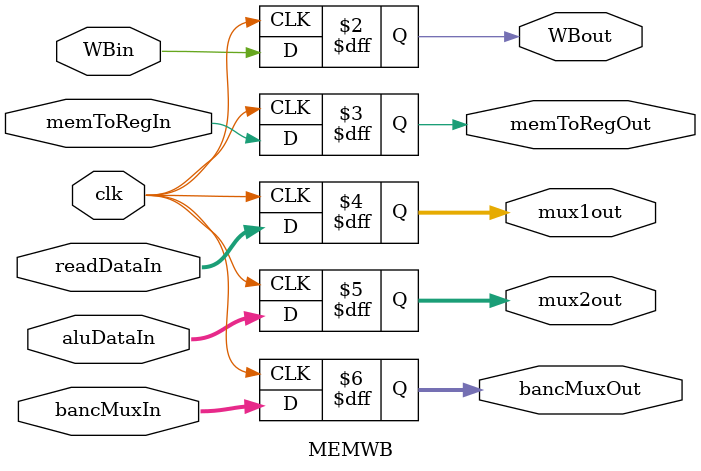
<source format=v>
module DataPath(
    input CLK,
    output [31:0] DS
);

//Cables
wire [3:0] C4_Sel;
wire cPCSrc;
wire [31:0] pcOut, cAddPc, cShiftAdd, cAluMux;

// CABLES BUFFERS

// IF Buffer Conections
wire [31:0] cIF_fetchAdder, cIF_Instruction_Memory; 
// ID Buffer Conections
wire [31:0] cID_fetchAdder, cID_Instruction_Memory, cID_readData1, cID_readData2, cID_signExtend;
wire [4:0] cID_ins1, cID_ins2;
wire cID_WB, cID_M, cID_EX1, cID_EX2, cID_memWrite, cID_memRead, cID_memToReg;
wire [2:0] cID_AluOp;
// EX Buffer Conections
wire cEX_WB, cEX_M, cEX_RegDst, cEX_AluSrc, cEX_memWrite, cEX_memRead, cEX_memToReg; 
wire [2:0] cEX_AluOp;
wire [4:0] cEX_bmux1, cEX_bmux2;
wire [31:0]  cEX_EX, cEX_fetchAdder, cEX_rData1, cEX_rData2, cEX_signExtend;
    // Salidas de EX -> Mem
wire cEX_ZF;
wire [31:0] cEX_fetchAdderRes, cEX_AluResult, cEX_memWriteData;
wire [4:0] cEX_bancMuxResult;
// MEM Buffer Conections -> Entradas a mem
wire cMEM_WB, cMEM_M, cMEM_ZF, cMEM_memWrite, cMEM_memRead, cMEM_memToReg;
wire [4:0] cMEM_bancMuxResult;
wire [31:0] cMEM_memAdress, cMEM_memWriteData, cMEM_readData, cMEM_addPcMux;
// WB Buffer conections
wire cWB_memToReg, cWB_RegWrite;
wire [31:0] cWB_memMux1, cWB_memMux2, cWB_BancWriteData;
wire [4:0] cWB_WR;

wire cID_Jump, cEX_Jump, cMEM_Jump;                   
wire [31:0] cID_JumpAddr, cEX_JumpAddr, cMEM_JumpAddr, cPcAdd, cPCnext;


//Instancias

PC pc(
    .clk(CLK),
    .dirIn(cPCnext),
    .dirOut(pcOut)
);

Alud sum(
    .dir(pcOut),
    .dirOut(cIF_fetchAdder)
);

Memory mem(
    .dir(pcOut),
    .instructionOut(cIF_Instruction_Memory)
);

Mux AddPCMuxo(
    .dmx(cPCSrc),
    .data1In(cIF_fetchAdder),
    .data2In(cMEM_addPcMux),
    //output
    .dataOut(cPcAdd)
);

JumpAddress jump_calc (
    .PC_plus_4(cID_fetchAdder),      
    .instr_index(cID_Instruction_Memory[25:0]), 
    .jump_addr(cID_JumpAddr)
);

MuxJump pc_mux (
    .PC_plus_4(cPcAd),      
    .jump_addr(cMEM_JumpAddr),
    .Jump(cJump),                   
    .next_PC(cPCnext) 
);


// #### BUFFER 1 #####

IFID Buffer1(
    //Inputs
    .clk(CLK),
    .inFCAdd(cIF_fetchAdder),
    .inMem(cIF_Instruction_Memory),
    //outputs
    .outFCAdd(cID_fetchAdder),
    .outInsMem(cID_Instruction_Memory)
);

    // BUFFER 1 EXIT

Controller Control(//Inputs
    .Op(cID_Instruction_Memory[31:26]), 
    //Ouputs
    .Demuxo(cID_memToReg), 
    .WeMD(cID_memWrite), 
    .ReMD(cID_memRead),
    .BRWe(cWB_RegWrite),
    .ALU_op(cID_AluOp),
    .regDst(cID_EX1),
    .Branch(cID_M),
    .aluSrc(cID_EX2),
    .jump(cID_Jump)
);

BancRegister Banco( //Inputs
    .RA1(cID_Instruction_Memory[25:21]), 
    .RA2(cID_Instruction_Memory[20:16]), 
    .WA(cWB_WR),
    .DW(cWB_BancWriteData),
    .WE(cWB_RegWrite),
    .CLK(CLK),
    //Outputs
    .data1Out(cID_readData1), 
    .data2Out(cID_readData2)
);

SignExtend Signex(
    .signIn(cID_Instruction_Memory[15:0]),
    //output
    .signOut(cID_signExtend)
);


// #### BUFFER 2 #####

IDEX Buffer2( //inputs
    .clk(CLK),
    .WBIn(cID_WB),
    .Min(cID_M),
    .EX1(cID_EX1),
    .EX2(cID_EX2),
    .ExAluOp(cID_AluOp),
    .memWriteEnIn(cID_memWrite),
    .memReadEnIn(cID_memRead),
    .AddResultIn(cID_fetchAdder),
    .readData1In(cID_readData1),
    .readData2In(cID_readData2),
    .signExtIn(cID_signExtend),
    .instructionMux1In(cID_Instruction_Memory[20:16]),
    .instructionMux2In(cID_Instruction_Memory[15:11]),
    .memToRegIn(cID_memToReg),
    .jumpAdd_in(cID_JumpAddr),
    .jumpIn(cID_Jump),
    //outputs
    .WBout(cEX_WB),
    .Mout(cEX_M),
    .AluOp(cEX_AluOp),
    .RegDst(cEX_RegDst),
    .AluSrc(cEX_AluSrc),
    .memReadEnOut(cEX_memRead),
    .memWriteEnOut(cEX_memWrite),
    .AddResultOut(cEX_fetchAdder),
    .readData1Out(cEX_rData1),
    .readData2Out(cEX_rData2),
    .signExtOut(cEX_signExtend),
    .instructionMux1Out(cEX_bmux1),
    .instructionMux2out(cEX_bmux2),
    .memToRegOut(cEX_memToReg),
    .jumpAdd_out(cEX_JumpAddr),
    .jumpOut(cEX_Jump)
); 

    // BUFFER 2 EXIT

ShifLeft SL(
    .shiftIn(cEX_signExtend),
    .shiftOut(cShiftAdd)
);

AddAR ALuAdd(
    .addIn1(cEX_fetchAdder),
    .addIn2(cShiftAdd),
    //output
    .addOut(cEX_fetchAdderRes)
);

Mux Muxalu (
    .dmx(cEX_AluSrc),
    .data1In(cEX_rData2),
    .data2In(cEX_signExtend),
    //output:
    .dataOut(cAluMux)
);

ALU Alulu(
    .A(cEX_rData1),
    .B(cAluMux),
    .ALU_OP(C4_Sel),
    //Ouputs 
    .R(cEX_AluResult),
    .Zero_Flag(cEX_ZF)
);

Alu_Control AluController(
    .funct(cEX_signExtend[5:0]),
    .ALUop(cEX_AluOp),
    //Output:
    .sel(C4_Sel)
);

MuxBanc BancMux(
    .dmx(cEX_RegDst),
    .data1In(cEX_bmux1),
    .data2In(cEX_bmux2),
    //output
    .dataOut(cEX_bancMuxResult)
);

 // #### BUFFER 3 #####

EXMEM Buffer3( //inputs
    .clk(CLK),
    .WBin(cEX_WB),
    .Min(cEX_M),
    .ZFin(cEX_ZF),
    .memWriteEnIn(cEX_memWrite),
    .memReadEnIn(cEX_memRead),
    .memToRegIn(cEX_memToReg),
    .AddResIn(cEX_fetchAdderRes),
    .AluResultIn(cEX_AluResult),
    .readData2In(cEX_rData2),
    .BancMuxIn(cEX_bancMuxResult),
    .jumpAdd_in(cEX_JumpAddr),
    .jumpIn(cEX_Jump),
    //outputs
    .WBout(cMEM_WB),
    .Mout(cMEM_M),
    .ZFout(cMEM_ZF),
    .memWriteEnOut(cMEM_memWrite),
    .memReadEnOut(cMEM_memRead),
    .memToRegOut(cMEM_memToReg),
    .memAddress(cMEM_memAdress),
    .memWData(cMEM_memWriteData),
    .AddResOut(cMEM_addPcMux),
    .BancMuxOut(cMEM_bancMuxResult),
    .jumpAdd_out(cMEM_JumpAddr),
    .jumpOut(cMEM_Jump)
);

    // BUFFER 3 EXIT

AndBr cand(
    .andIn1(cMEM_M),
    .andIn2(cMEM_ZF),
    //output
    .andOut(cPCSrc)
);

MemoryData MemData(
    .clk(CLK),
    .WEn(cMEM_memWrite),
    .REn(cMEM_memRead),
    .addres(cMEM_memAdress),
    .dataIn(cMEM_memWriteData),
    //Output
    .dataOut(cMEM_readData)
);


// #### BUFFER 4 #####
MEMWB Buffer4(
    .clk(CLK),
    .WBin(cMEM_WB),
    .memToRegIn(cMEM_memToReg),
    .readDataIn(cMEM_readData),
    .aluDataIn(cMEM_memAdress),
    .bancMuxIn(cMEM_bancMuxResult),
    //output
    .WBout(cWB_RegWrite),
    .memToRegOut(cWB_memToReg),
    .mux1out(cWB_memMux1),
    .mux2out(cWB_memMux2),
    .bancMuxOut(cWB_WR)
);

    // BUFFER 4 EXIR
Demuxo Demux(
    .dmx(cWB_memToReg),
    .dataMemIn(cWB_memMux1),
    .dataAluIn(cWB_memMux2),
    //OutPut:
    .dataOut(cWB_BancWriteData)
);

assign DS = cWB_BancWriteData;

//############# MODULOS #################

endmodule

//Controlador
module Controller(
    input [5:0] Op,
    output reg Demuxo, WeMD, ReMD, BRWe, regDst, Branch, aluSrc, jump,
    output reg [2:0] ALU_op
);

always @(*) begin
    case (Op)
        6'b000000: begin   // R     
            ALU_op = 3'b010;
            Demuxo = 1'b1;
            BRWe = 1'b1;   
            WeMD = 1'b0;   
            ReMD = 1'b0;
            regDst = 1'b1;
            Branch = 1'b0;
            aluSrc = 1'b0;
            jump = 1'b0;
        end

        6'b000100: begin  //  BEQ
            ALU_op = 3'b001;
            Demuxo = 1'b0;
            BRWe = 1'b0;   
            WeMD = 1'b0;   
            ReMD = 1'b0;
            regDst = 1'b0;
            Branch = 1'b1;
            aluSrc = 1'b0;
            jump = 1'b0;
        end

       6'b001101: begin  // ORI 
            ALU_op = 3'b100;
            Demuxo = 1'b1;
            BRWe = 1'b1;   
            WeMD = 1'b0;   
            ReMD = 1'b0;
            regDst = 1'b0;
            Branch = 1'b0;
            aluSrc = 1'b1;
            jump = 1'b0;
        end
        
        6'b001000: begin  // ADDI 
            ALU_op = 3'b010; 
            Demuxo = 1'b1;
            BRWe = 1'b1;
            WeMD = 1'b0;
            ReMD = 1'b0;
            regDst = 1'b0;
            Branch = 1'b0;
            aluSrc = 1'b1;
            jump = 1'b0;
        end

        6'b001100: begin  // ANDI 
            ALU_op = 3'b101;
            Demuxo = 1'b1;
            BRWe = 1'b1;
            WeMD = 1'b0;
            ReMD = 1'b0;
            regDst = 1'b0;
            Branch = 1'b0;
            aluSrc = 1'b1;
            jump = 1'b0;
        end

        6'b101011: begin  // SW 
            ALU_op = 3'b010; 
            Demuxo = 1'bx;
            BRWe = 1'b0;
            WeMD = 1'b1;
            ReMD = 1'b0;
            regDst = 1'bx;
            Branch = 1'b0;
            aluSrc = 1'b1;
            jump = 1'b0;
        end

        6'b100011: begin  // LW 
            ALU_op = 3'b010;  
            Demuxo = 1'b0;
            BRWe = 1'b1;
            WeMD = 1'b0;
            ReMD = 1'b1;
            regDst = 1'b0;
            Branch = 1'b0;
            aluSrc = 1'b1;
            jump = 1'b0;
        end

        6'b001010: begin // SLTI
            ALU_op = 3'b011;  
            regDst = 1'b0;
            Demuxo = 1'b1;
            BRWe = 1'b1;
            ReMD = 1'b0;
            WeMD = 1'b0;
            Branch = 1'b0;
            aluSrc = 1'b1;
            jump = 1'b0;
        end

        6'b000010: begin // J
            ALU_op = 3'b000;  
            regDst = 1'b0;
            Demuxo = 1'b0;
            BRWe = 1'b0;
            ReMD = 1'b0;
            WeMD = 1'b0;
            Branch = 1'b0;
            aluSrc = 1'b0;
            jump = 1'b1;
        end

        default: begin
            ALU_op = 3'b000;
            Demuxo = 1'b0;
            BRWe = 1'b0;
            WeMD = 1'b0;
            ReMD = 1'b0;
            regDst = 1'b0;
            Branch = 1'b0;
            aluSrc = 1'b0;
        end

    endcase
end
endmodule

//### ALU CONTROL
module Alu_Control(
    input [5:0] funct,
    input [2:0] ALUop,
    output reg [3:0] sel
);

always @(*) begin
    case (ALUop)
        3'b000:
            sel = 4'b0010;
        3'b001:
            sel = 4'b0110;
        3'b010:
            case (funct) 
            6'b100000: sel = 4'b0010;
            6'b100010: sel = 4'b0110;
            6'b100100: sel = 4'b0000;
            6'b100101: sel = 4'b0001;
            6'b101010: sel = 4'b0111;
            default:   sel = 4'b0010;
            endcase
        3'b011: sel = 4'b0111; // SLT
        3'b100: sel = 4'b0001; // OR
        3'b101: sel = 4'b0000; // AND
    endcase
end
endmodule

//Banco de Registros
module BancRegister( 
    input [4:0] RA1, RA2, WA,
    input [31:0] DW,
    input WE,
    input CLK,
    output reg [31:0] data1Out, data2Out
);

reg [31:0] mem [0:31];

initial begin
    $readmemb("data", mem);
end

always @(posedge CLK) begin
    if(WE) begin
        mem[WA] <= DW;
    end
end

always @(*) begin
    data1Out = mem[RA1];
    data2Out = mem[RA2];
end
endmodule

module Mux(
    input dmx,
    input [31:0] data1In, data2In,
    output reg [31:0] dataOut 
);

always @(*) begin
    case (dmx)
        1'b0: dataOut = data1In;               
        1'b1: dataOut = data2In;        
    endcase
end
endmodule

module MuxBanc(
    input dmx,
    input [4:0] data1In, data2In,
    output reg [4:0] dataOut   
);

always @(*) begin
    case (dmx)
        1'b0: dataOut = data1In;               
        1'b1: dataOut = data2In;        
    endcase
end
endmodule

//Demultiplexor Mem / Alu => Registers
module Demuxo(
    input dmx,
    input [31:0] dataAluIn, dataMemIn,
    output reg [31:0] dataOut //outAlu, outMem    
);

always @(*) begin
    case (dmx)
        1'b0: dataOut = dataMemIn;               
        1'b1: dataOut = dataAluIn;        
    endcase
end
endmodule

//Memoria de Datos
module MemoryData(
    input WEn, REn,
    input [31:0] dataIn, 
    input [31:0] addres,
    input clk,
    output reg [31:0] dataOut
);

reg [31:0] mem [0:127];

always @(posedge clk) begin
    if(WEn) begin
        mem[addres] <= dataIn;
    end
end

always @(*) begin
    if(REn) begin
        dataOut = mem[addres];
    end else begin
        dataOut = 32'b0;
    end
end
endmodule

//Alu
module ALU (
    input [31:0] A,
    input [31:0] B,
    input [3:0] ALU_OP,
    output reg [31:0] R,
    output reg Zero_Flag
);

always @(*) begin
    case (ALU_OP)
        4'b0000: R = A & B;        
        4'b0001: R = A | B;        
        4'b0010: R = A + B;       
        4'b0110: R = A - B;        
        4'b0111: R = (A < B) ? 32'd1 : 32'd0;
        4'b1100: R = ~(A | B);        
        default: R = A;      
    endcase
    
    Zero_Flag = (R == 32'd0) ? 1'b1 : 1'b0;
end

endmodule

// ########################
// FETCH CICLE MODULES #######################

//Direccionaor
module PC (
    input clk,
    input [31:0] dirIn,
    output reg [31:0] dirOut
);
initial begin
    dirOut = 32'b0;
end
always @(posedge clk) begin
    dirOut <= dirIn;
end
endmodule

//Sumador de direcciones
module Alud(
    input [31:0] dir,
    output reg [31:0] dirOut 
);

always @(*) begin
    dirOut = dir + 4;
end
endmodule

//Memoria
module Memory(
    input [31:0] dir,
    output reg [31:0] instructionOut
);

reg [7:0] insmem [0:1023];

initial begin
    $readmemb("insmem", insmem);
end

always @ (*) begin
    instructionOut = {insmem[dir], insmem[dir+1], insmem[dir+2], insmem[dir+3]};
end
endmodule

// ###################
module SignExtend (
    input [15:0] signIn,
    output reg [31:0] signOut
);

always @ (*) begin
    signOut = {{16{signIn[15]}}, signIn};
end
endmodule

//
module ShifLeft(
    input [31:0] shiftIn,
    output reg [31:0] shiftOut
);

always @ (*) begin
    shiftOut = shiftIn << 2;
end
endmodule

//
module AddAR(
    input [31:0] addIn1, addIn2,
    output reg [31:0] addOut
);

always @(*) begin
    addOut = addIn1 + addIn2;
end
endmodule

module AndBr(
    input andIn1, andIn2,
    output reg andOut
);

always @ (*) begin
    if(andIn1 && andIn2) begin
        andOut = 1'b1;
    end else begin
         andOut = 1'b0;
    end
end
endmodule

// TIPO J

module JumpAddress (
    input [31:0] PC_plus_4,
    input [25:0] instr_index,
    output reg [31:0] jump_addr
);
always @(*) begin
    jump_addr = {PC_plus_4[31:28], instr_index, 2'b00};
end
endmodule

module MuxJump (
    input [31:0] PC_plus_4, jump_addr,          
    input Jump,                      
    output reg[31:0] next_PC            
);
always @(*) begin
    next_PC = Jump ? jump_addr : PC_plus_4; 
end
endmodule

// module ShiftLeft (
//     input [25:0] in,     
//     output [27:0] out      
// );
// always @(*) begin
//     out = in << 2;
// end
// endmodule


// ###### BUFFERS ###################

    //BUFFER IF/ID
module IFID(
    input clk,
    input [31:0] inFCAdd, inMem,
    output reg [31:0] outFCAdd, outInsMem
);

always @(posedge clk) begin
    outFCAdd <= inFCAdd;
    outInsMem <= inMem;
end
endmodule

 // BUFFER ID/EX
module IDEX(
    input clk, WBIn, Min, memWriteEnIn, memReadEnIn, EX1, EX2, memToRegIn, jumpIn,
    input [2:0] ExAluOp,
    input [31:0] AddResultIn, readData1In, readData2In, signExtIn, jumpAdd_in,
    input [4:0] instructionMux1In, instructionMux2In,
    output reg WBout, Mout, memWriteEnOut, memReadEnOut, memToRegOut, RegDst, AluSrc, jumpOut,
    output reg [2:0] AluOp, 
    output reg [31:0] AddResultOut, readData1Out, readData2Out, signExtOut, jumpAdd_out,
    output reg [4:0] instructionMux1Out, instructionMux2out
);

always @(posedge clk) begin
    WBout <= WBIn;
    Mout <= Min;
    AluOp <= ExAluOp;
    RegDst <= EX1;
    AluSrc <= EX2;
    AddResultOut <= AddResultIn;
    readData1Out <= readData1In;
    readData2Out <= readData2In;
    signExtOut <= signExtIn;
    instructionMux1Out <= instructionMux1In;
    instructionMux2out <= instructionMux2In;
    memWriteEnOut <= memWriteEnIn;
    memReadEnOut <= memReadEnIn;
    memToRegOut <= memToRegIn;
    jumpAdd_out <= jumpAdd_in;
    jumpOut <= jumpIn;
end
endmodule

    // BUFFER EX/MEM
module EXMEM(
    input WBin, Min, ZFin, clk, memWriteEnIn, memReadEnIn, memToRegIn, jumpIn,
    input [31:0] AluResultIn, readData2In, AddResIn, jumpAdd_in,
    input [4:0] BancMuxIn,
    output reg WBout, Mout, ZFout, memWriteEnOut, memReadEnOut, memToRegOut, jumpOut,
    output reg [31:0] memAddress, memWData, AddResOut, jumpAdd_out,
    output reg [4:0] BancMuxOut
);

always @(posedge clk) begin
    WBout <= WBin;
    Mout <= Min;
    AddResOut <= AddResIn;
    ZFout <= ZFin;
    memAddress <= AluResultIn;
    memWData <= readData2In;
    BancMuxOut <= BancMuxIn;
    memWriteEnOut <= memWriteEnIn;
    memReadEnOut <= memReadEnIn;
    memToRegOut <= memToRegIn;
    jumpAdd_out <= jumpAdd_in;
    jumpOut <= jumpIn;
end
endmodule

    // BUFFER MEM/WB
module MEMWB(
    input WBin, clk, memToRegIn,
    input [31:0] readDataIn, aluDataIn,
    input [4:0] bancMuxIn,
    output reg WBout, memToRegOut,
    output reg [31:0] mux1out, mux2out, 
    output reg [4:0] bancMuxOut
);

always @(posedge clk) begin
    WBout <= WBin;
    mux1out <= readDataIn;
    mux2out <= aluDataIn;
    bancMuxOut <= bancMuxIn;
    memToRegOut <= memToRegIn;
end
endmodule
</source>
